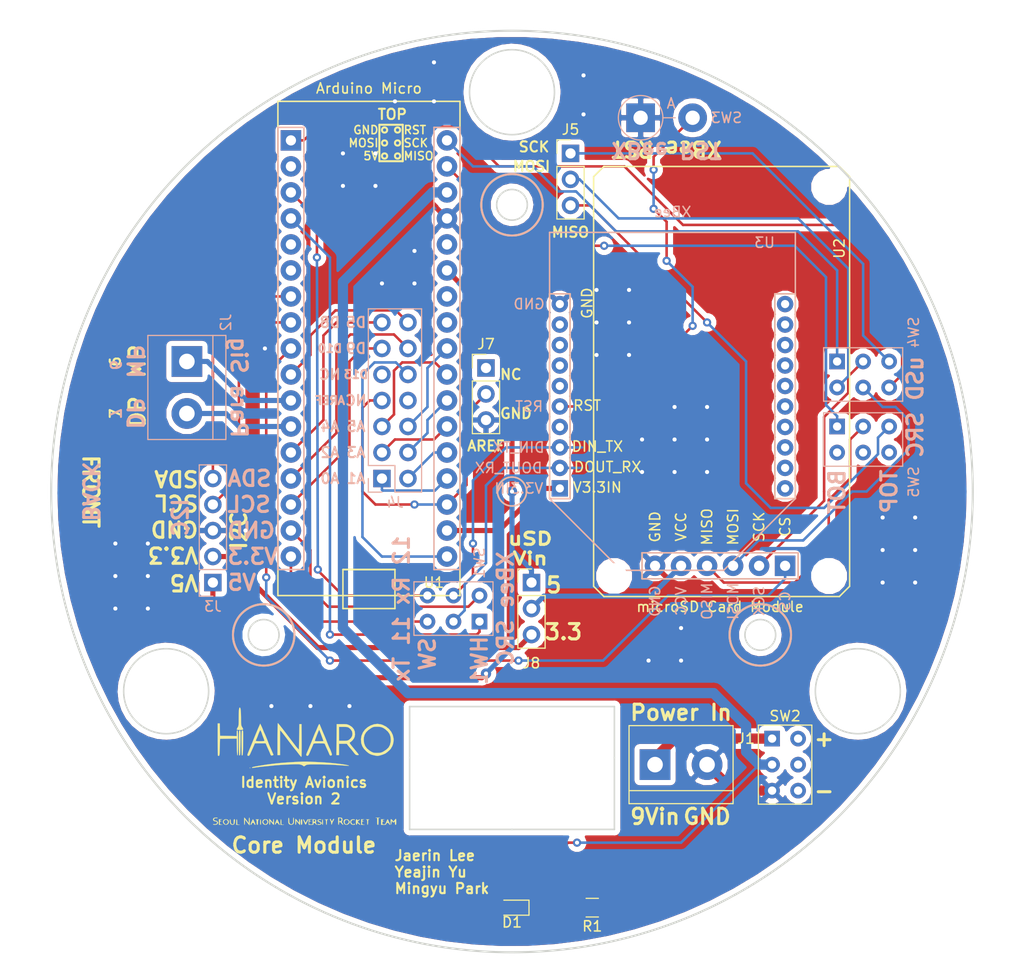
<source format=kicad_pcb>
(kicad_pcb (version 20171130) (host pcbnew "(5.0.0)")
  (layers (0 F.Cu signal) (31 B.Cu signal) (34 B.Paste user) (35 F.Paste user) (36 B.SilkS user) (37 F.SilkS user) (38 B.Mask user) (39 F.Mask user) (44 Edge.Cuts user))
  (net 0 "")
  (net 1 "Net-(D1-Pad1)")
  (net 2 "Net-(D1-Pad2)")
  (net 3 /GND)
  (net 4 "Net-(J1-Pad1)")
  (net 5 /MAIN)
  (net 6 /DROGUE)
  (net 7 /3.3VOut)
  (net 8 /A0)
  (net 9 /A1)
  (net 10 /A2)
  (net 11 /A3)
  (net 12 /A4)
  (net 13 /A5)
  (net 14 /SCK_TOP)
  (net 15 /MOSI_TOP)
  (net 16 /MISO_TOP)
  (net 17 "Net-(SW1-Pad1)")
  (net 18 /XBee_DOUT)
  (net 19 "Net-(SW1-Pad3)")
  (net 20 "Net-(SW1-Pad4)")
  (net 21 /XBee_DIN)
  (net 22 "Net-(SW1-Pad6)")
  (net 23 /uSD_VCC)
  (net 24 /5VOut)
  (net 25 "Net-(SW3-Pad2)")
  (net 26 "Net-(SW4-Pad1)")
  (net 27 /uSD_SCK)
  (net 28 "Net-(SW4-Pad4)")
  (net 29 /uSD_MOSI)
  (net 30 /uSD_MISO)
  (net 31 "Net-(SW5-Pad1)")
  (net 32 "Net-(U1-Pad2)")
  (net 33 "Net-(U1-Pad5)")
  (net 34 "Net-(U1-Pad6)")
  (net 35 "Net-(U1-Pad9)")
  (net 36 "Net-(U1-Pad27)")
  (net 37 "Net-(U1-Pad28)")
  (net 38 "Net-(U1-Pad30)")
  (net 39 "Net-(U3-Pad4)")
  (net 40 "Net-(U3-Pad6)")
  (net 41 "Net-(U3-Pad7)")
  (net 42 "Net-(U3-Pad8)")
  (net 43 "Net-(U3-Pad9)")
  (net 44 "Net-(U3-Pad11)")
  (net 45 "Net-(U3-Pad12)")
  (net 46 "Net-(U3-Pad13)")
  (net 47 "Net-(U3-Pad14)")
  (net 48 "Net-(U3-Pad15)")
  (net 49 "Net-(U3-Pad16)")
  (net 50 "Net-(U3-Pad17)")
  (net 51 "Net-(U3-Pad18)")
  (net 52 "Net-(U3-Pad19)")
  (net 53 "Net-(U3-Pad20)")
  (net 54 /I2C_SDA)
  (net 55 /I2C_SCL)
  (net 56 /D5)
  (net 57 /D8)
  (net 58 /D9)
  (net 59 /D10)
  (net 60 /D13)
  (net 61 "Net-(J4-Pad9)")
  (net 62 "Net-(J4-Pad8)")
  (net 63 /AREF)
  (net 64 "Net-(J7-Pad1)")
  (module Pin_Headers:Pin_Header_Straight_1x03_Pitch2.54mm (layer F.Cu) (at 1.905 8.89)
    (fp_text reference J8 (at 0 7.874) (layer F.SilkS))
    (fp_text value Conn_01x03)
    (pad 3 thru_hole oval (at 0 5.08) (size 1.7 1.7) (drill 1) (layers *.Cu *.Mask) (net 7 /3.3VOut))
    (pad 2 thru_hole oval (at 0 2.54) (size 1.7 1.7) (drill 1) (layers *.Cu *.Mask) (net 23 /uSD_VCC))
    (pad 1 thru_hole rect (at 0 0) (size 1.7 1.7) (drill 1) (layers *.Cu *.Mask) (net 24 /5VOut))
  )
  (module Pin_Headers:Pin_Header_Straight_1x03_Pitch2.54mm (layer F.Cu) (at -2.54 -12.065)
    (fp_text reference J7 (at 0 -2.33) (layer F.SilkS))
    (fp_text value Conn_01x03)
    (pad 3 thru_hole oval (at 0 5.08) (size 1.7 1.7) (drill 1) (layers *.Cu *.Mask) (net 3 /GND))
    (pad 2 thru_hole oval (at 0 2.54) (size 1.7 1.7) (drill 1) (layers *.Cu *.Mask) (net 63 /AREF))
    (pad 1 thru_hole rect (at 0 0) (size 1.7 1.7) (drill 1) (layers *.Cu *.Mask) (net 64 "Net-(J7-Pad1)"))
  )
  (module Arduino:Arduino_Micro (layer F.Cu) (at -21.59 -34.29)
    (fp_text reference U1 (at 13.97 43.18) (layer F.SilkS))
    (fp_text value ArduinoMicro)
    (fp_text user "Arduino Micro" (at 7.62 -5.08) (layer F.SilkS))
    (pad 1 thru_hole rect (at 0 0) (size 2 2) (drill 1) (layers *.Cu *.Mask) (net 28 "Net-(SW4-Pad4)"))
    (pad 2 thru_hole circle (at 0 2.54) (size 2 2) (drill 1) (layers *.Cu *.Mask) (net 32 "Net-(U1-Pad2)"))
    (pad 3 thru_hole circle (at 0 5.08) (size 2 2) (drill 1) (layers *.Cu *.Mask) (net 20 "Net-(SW1-Pad4)"))
    (pad 4 thru_hole circle (at 0 7.62) (size 2 2) (drill 1) (layers *.Cu *.Mask) (net 17 "Net-(SW1-Pad1)"))
    (pad 5 thru_hole circle (at 0 10.16) (size 2 2) (drill 1) (layers *.Cu *.Mask) (net 33 "Net-(U1-Pad5)"))
    (pad 6 thru_hole circle (at 0 12.7) (size 2 2) (drill 1) (layers *.Cu *.Mask) (net 34 "Net-(U1-Pad6)"))
    (pad 7 thru_hole circle (at 0 15.24) (size 2 2) (drill 1) (layers *.Cu *.Mask) (net 54 /I2C_SDA))
    (pad 8 thru_hole circle (at 0 17.78) (size 2 2) (drill 1) (layers *.Cu *.Mask) (net 55 /I2C_SCL))
    (pad 9 thru_hole circle (at 0 20.32) (size 2 2) (drill 1) (layers *.Cu *.Mask) (net 35 "Net-(U1-Pad9)"))
    (pad 10 thru_hole circle (at 0 22.86) (size 2 2) (drill 1) (layers *.Cu *.Mask) (net 56 /D5))
    (pad 11 thru_hole circle (at 0 25.4) (size 2 2) (drill 1) (layers *.Cu *.Mask) (net 5 /MAIN))
    (pad 12 thru_hole circle (at 0 27.94) (size 2 2) (drill 1) (layers *.Cu *.Mask) (net 6 /DROGUE))
    (pad 13 thru_hole circle (at 0 30.48) (size 2 2) (drill 1) (layers *.Cu *.Mask) (net 57 /D8))
    (pad 14 thru_hole circle (at 0 33.02) (size 2 2) (drill 1) (layers *.Cu *.Mask) (net 58 /D9))
    (pad 15 thru_hole circle (at 0 35.56) (size 2 2) (drill 1) (layers *.Cu *.Mask) (net 59 /D10))
    (pad 16 thru_hole circle (at 0 38.1) (size 2 2) (drill 1) (layers *.Cu *.Mask) (net 22 "Net-(SW1-Pad6)"))
    (pad 17 thru_hole circle (at 0 40.64) (size 2 2) (drill 1) (layers *.Cu *.Mask) (net 19 "Net-(SW1-Pad3)"))
    (pad 18 thru_hole circle (at 15.24 40.64) (size 2 2) (drill 1) (layers *.Cu *.Mask) (net 60 /D13))
    (pad 19 thru_hole circle (at 15.24 38.1) (size 2 2) (drill 1) (layers *.Cu *.Mask) (net 7 /3.3VOut))
    (pad 20 thru_hole circle (at 15.24 35.56) (size 2 2) (drill 1) (layers *.Cu *.Mask) (net 63 /AREF))
    (pad 21 thru_hole circle (at 15.24 33.02) (size 2 2) (drill 1) (layers *.Cu *.Mask) (net 8 /A0))
    (pad 22 thru_hole circle (at 15.24 30.48) (size 2 2) (drill 1) (layers *.Cu *.Mask) (net 9 /A1))
    (pad 23 thru_hole circle (at 15.24 27.94) (size 2 2) (drill 1) (layers *.Cu *.Mask) (net 10 /A2))
    (pad 24 thru_hole circle (at 15.24 25.4) (size 2 2) (drill 1) (layers *.Cu *.Mask) (net 11 /A3))
    (pad 25 thru_hole circle (at 15.24 22.86) (size 2 2) (drill 1) (layers *.Cu *.Mask) (net 12 /A4))
    (pad 26 thru_hole circle (at 15.24 20.32) (size 2 2) (drill 1) (layers *.Cu *.Mask) (net 13 /A5))
    (pad 27 thru_hole circle (at 15.24 17.78) (size 2 2) (drill 1) (layers *.Cu *.Mask) (net 36 "Net-(U1-Pad27)"))
    (pad 28 thru_hole circle (at 15.24 15.24) (size 2 2) (drill 1) (layers *.Cu *.Mask) (net 37 "Net-(U1-Pad28)"))
    (pad 29 thru_hole circle (at 15.24 12.7) (size 2 2) (drill 1) (layers *.Cu *.Mask) (net 24 /5VOut))
    (pad 30 thru_hole circle (at 15.24 10.16) (size 2 2) (drill 1) (layers *.Cu *.Mask) (net 38 "Net-(U1-Pad30)"))
    (pad 31 thru_hole circle (at 15.24 7.62) (size 2 2) (drill 1) (layers *.Cu *.Mask) (net 3 /GND))
    (pad 32 thru_hole circle (at 15.24 5.08) (size 2 2) (drill 1) (layers *.Cu *.Mask) (net 2 "Net-(D1-Pad2)"))
    (pad 33 thru_hole circle (at 15.24 2.54) (size 2 2) (drill 1) (layers *.Cu *.Mask) (net 31 "Net-(SW5-Pad1)"))
    (pad 34 thru_hole circle (at 15.24 0) (size 2 2) (drill 1) (layers *.Cu *.Mask) (net 26 "Net-(SW4-Pad1)"))
  )
  (module Arduino:uSDcard_Type_1 (layer F.Cu) (at 13.97 7.255 90)
    (fp_text reference U2 (at 31 18 90) (layer F.SilkS))
    (fp_text value uSDcardDeck)
    (fp_text user SCK (at -3.456676 10.16 270) (layer B.SilkS) (effects (justify mirror)))
    (fp_text user CS (at -3.456676 12.7 270) (layer B.SilkS) (effects (justify mirror)))
    (fp_text user MISO (at -3.456676 5.08 270) (layer B.SilkS) (effects (justify mirror)))
    (fp_text user MOSI (at -3.456676 7.62 270) (layer B.SilkS) (effects (justify mirror)))
    (fp_text user GND (at -3.456676 0 270) (layer B.SilkS) (effects (justify mirror)))
    (fp_text user VCC (at -3.456676 2.54 270) (layer B.SilkS) (effects (justify mirror)))
    (fp_text user CS (at 3.81 12.7 90) (layer F.SilkS))
    (fp_text user SCK (at 3.81 10.16 90) (layer F.SilkS))
    (fp_text user MOSI (at 3.81 7.62 90) (layer F.SilkS))
    (fp_text user MISO (at 3.81 5.08 90) (layer F.SilkS))
    (fp_text user VCC (at 3.81 2.54 90) (layer F.SilkS))
    (fp_text user GND (at 3.81 0 90) (layer F.SilkS))
    (fp_text user "microSD Card Module" (at -4 6.35) (layer F.SilkS))
    (pad "" np_thru_hole circle (at 37 -4 90) (size 2.5 2.5) (drill 2.5) (layers *.Cu *.Mask))
    (pad "" np_thru_hole circle (at 37 17 90) (size 2.5 2.5) (drill 2.5) (layers *.Cu *.Mask))
    (pad "" np_thru_hole circle (at -1 17 90) (size 2.5 2.5) (drill 2.5) (layers *.Cu *.Mask))
    (pad "" np_thru_hole circle (at -1 -4 90) (size 2.5 2.5) (drill 2.5) (layers *.Cu *.Mask))
    (pad 1 thru_hole rect (at 0 12.7 90) (size 2 2) (drill 1) (layers *.Cu *.Mask) (net 35 "Net-(U1-Pad9)"))
    (pad 2 thru_hole circle (at 0 10.16 90) (size 2 2) (drill 1) (layers *.Cu *.Mask) (net 27 /uSD_SCK))
    (pad 3 thru_hole circle (at 0 7.62 90) (size 2 2) (drill 1) (layers *.Cu *.Mask) (net 29 /uSD_MOSI))
    (pad 4 thru_hole circle (at 0 5.08 90) (size 2 2) (drill 1) (layers *.Cu *.Mask) (net 30 /uSD_MISO))
    (pad 5 thru_hole circle (at 0 2.54 90) (size 2 2) (drill 1) (layers *.Cu *.Mask) (net 23 /uSD_VCC))
    (pad 6 thru_hole circle (at 0 0 90) (size 2 2) (drill 1) (layers *.Cu *.Mask) (net 3 /GND))
  )
  (module LED_SMD:LED_0603_1608Metric_Pad1.05x0.95mm_HandSolder (layer F.Cu) (at 0 40.64 180)
    (fp_text reference D1 (at 0 -1.43 180) (layer F.SilkS))
    (fp_text value LED)
    (pad 1 smd roundrect (at -0.875 0 180) (size 1.05 0.95) (layers F.Cu F.Paste F.Mask) (net 1 "Net-(D1-Pad1)"))
    (pad 2 smd roundrect (at 0.875 0 180) (size 1.05 0.95) (layers F.Cu F.Paste F.Mask) (net 2 "Net-(D1-Pad2)"))
  )
  (module TerminalBlock:TerminalBlock_bornier-2_P5.08mm (layer F.Cu) (at 13.97 26.67)
    (fp_text reference J1 (at 8.89 -2.54) (layer F.SilkS))
    (fp_text value Conn_01x02)
    (pad 2 thru_hole circle (at 5.08 0) (size 3 3) (drill 1.52) (layers *.Cu *.Mask) (net 3 /GND))
    (pad 1 thru_hole rect (at 0 0) (size 3 3) (drill 1.52) (layers *.Cu *.Mask) (net 4 "Net-(J1-Pad1)"))
  )
  (module TerminalBlock:TerminalBlock_bornier-2_P5.08mm (layer B.Cu) (at -31.75 -12.7 270)
    (fp_text reference J2 (at -3.81 -3.81 270) (layer B.SilkS) (effects (justify mirror)))
    (fp_text value Conn_01x02)
    (pad 1 thru_hole rect (at 0 0 270) (size 3 3) (drill 1.52) (layers *.Cu *.Mask) (net 5 /MAIN))
    (pad 2 thru_hole circle (at 5.08 0 270) (size 3 3) (drill 1.52) (layers *.Cu *.Mask) (net 6 /DROGUE))
  )
  (module Resistor_SMD:R_1206_3216Metric_Pad1.42x1.75mm_HandSolder (layer F.Cu) (at 7.8375 40.64 180)
    (fp_text reference R1 (at 0 -1.82 180) (layer F.SilkS))
    (fp_text value R)
    (pad 1 smd roundrect (at -1.4875 0 180) (size 1.425 1.75) (layers F.Cu F.Paste F.Mask) (roundrect_rratio 0.175439) (net 3 /GND))
    (pad 2 smd roundrect (at 1.4875 0 180) (size 1.425 1.75) (layers F.Cu F.Paste F.Mask) (roundrect_rratio 0.175439) (net 1 "Net-(D1-Pad1)"))
  )
  (module Button_Switch_THT:SW_NKK_G1xJP (layer B.Cu) (at -3.175 12.7 90)
    (fp_text reference SW1 (at 5.715 0 90) (layer B.SilkS) (effects (justify mirror)))
    (fp_text value SW_DPDT_x2)
    (pad 1 thru_hole rect (at 0 0 90) (size 1.524 1.524) (drill 0.8128) (layers *.Cu *.Mask) (net 17 "Net-(SW1-Pad1)"))
    (pad 2 thru_hole circle (at 0 -2.54 90) (size 1.524 1.524) (drill 0.8128) (layers *.Cu *.Mask) (net 18 /XBee_DOUT))
    (pad 3 thru_hole circle (at 0 -5.08 90) (size 1.524 1.524) (drill 0.8128) (layers *.Cu *.Mask) (net 19 "Net-(SW1-Pad3)"))
    (pad 4 thru_hole circle (at 2.54 -5.08 90) (size 1.524 1.524) (drill 0.8128) (layers *.Cu *.Mask) (net 20 "Net-(SW1-Pad4)"))
    (pad 5 thru_hole circle (at 2.54 -2.54 90) (size 1.524 1.524) (drill 0.8128) (layers *.Cu *.Mask) (net 21 /XBee_DIN))
    (pad 6 thru_hole circle (at 2.54 0 90) (size 1.524 1.524) (drill 0.8128) (layers *.Cu *.Mask) (net 22 "Net-(SW1-Pad6)"))
  )
  (module Button_Switch_THT:SW_NKK_G1xJP (layer F.Cu) (at 25.4 24.13)
    (fp_text reference SW2 (at 1.27 -2.2) (layer F.SilkS))
    (fp_text value "SW_DPDT_x2 POW")
    (pad 6 thru_hole circle (at 2.54 0) (size 1.524 1.524) (drill 0.8128) (layers *.Cu *.Mask))
    (pad 5 thru_hole circle (at 2.54 2.54) (size 1.524 1.524) (drill 0.8128) (layers *.Cu *.Mask))
    (pad 4 thru_hole circle (at 2.54 5.08) (size 1.524 1.524) (drill 0.8128) (layers *.Cu *.Mask))
    (pad 3 thru_hole circle (at 0 5.08) (size 1.524 1.524) (drill 0.8128) (layers *.Cu *.Mask) (net 3 /GND))
    (pad 2 thru_hole circle (at 0 2.54) (size 1.524 1.524) (drill 0.8128) (layers *.Cu *.Mask) (net 2 "Net-(D1-Pad2)"))
    (pad 1 thru_hole rect (at 0 0) (size 1.524 1.524) (drill 0.8128) (layers *.Cu *.Mask) (net 4 "Net-(J1-Pad1)"))
  )
  (module Button_Switch_THT:SW_NKK_G1xJP (layer B.Cu) (at 31.75 -12.7 270)
    (fp_text reference SW4 (at -2.845 -7.48 270) (layer B.SilkS) (effects (justify mirror)))
    (fp_text value SW_DPDT_x2)
    (pad 1 thru_hole rect (at 0 0 270) (size 1.524 1.524) (drill 0.8128) (layers *.Cu *.Mask) (net 26 "Net-(SW4-Pad1)"))
    (pad 2 thru_hole circle (at 0 -2.54 270) (size 1.524 1.524) (drill 0.8128) (layers *.Cu *.Mask) (net 27 /uSD_SCK))
    (pad 3 thru_hole circle (at 0 -5.08 270) (size 1.524 1.524) (drill 0.8128) (layers *.Cu *.Mask) (net 14 /SCK_TOP))
    (pad 4 thru_hole circle (at 2.54 -5.08 270) (size 1.524 1.524) (drill 0.8128) (layers *.Cu *.Mask) (net 28 "Net-(SW4-Pad4)"))
    (pad 5 thru_hole circle (at 2.54 -2.54 270) (size 1.524 1.524) (drill 0.8128) (layers *.Cu *.Mask) (net 29 /uSD_MOSI))
    (pad 6 thru_hole circle (at 2.54 0 270) (size 1.524 1.524) (drill 0.8128) (layers *.Cu *.Mask) (net 15 /MOSI_TOP))
  )
  (module Button_Switch_THT:SW_NKK_G1xJP (layer B.Cu) (at 31.75 -6.35 270)
    (fp_text reference SW5 (at 5.41 -7.48 270) (layer B.SilkS) (effects (justify mirror)))
    (fp_text value SW_DPDT_x2)
    (pad 6 thru_hole circle (at 2.54 0 270) (size 1.524 1.524) (drill 0.8128) (layers *.Cu *.Mask))
    (pad 5 thru_hole circle (at 2.54 -2.54 270) (size 1.524 1.524) (drill 0.8128) (layers *.Cu *.Mask))
    (pad 4 thru_hole circle (at 2.54 -5.08 270) (size 1.524 1.524) (drill 0.8128) (layers *.Cu *.Mask))
    (pad 3 thru_hole circle (at 0 -5.08 270) (size 1.524 1.524) (drill 0.8128) (layers *.Cu *.Mask) (net 16 /MISO_TOP))
    (pad 2 thru_hole circle (at 0 -2.54 270) (size 1.524 1.524) (drill 0.8128) (layers *.Cu *.Mask) (net 30 /uSD_MISO))
    (pad 1 thru_hole rect (at 0 0 270) (size 1.524 1.524) (drill 0.8128) (layers *.Cu *.Mask) (net 31 "Net-(SW5-Pad1)"))
  )
  (module Arduino:XBee (layer B.Cu) (at 4.67 -0.305)
    (fp_text reference U3 (at 20 -24) (layer B.SilkS) (effects (justify mirror)))
    (fp_text value XBeeProS1)
    (fp_text user XBee (at 11 -27) (layer B.SilkS) (effects (justify mirror)))
    (fp_text user V3.3IN (at -4 0) (layer B.SilkS) (effects (justify mirror)))
    (fp_text user GND (at -3 -18) (layer B.SilkS) (effects (justify mirror)))
    (fp_text user RST (at -3 -8) (layer B.SilkS) (effects (justify mirror)))
    (fp_text user DOUT_RX (at -5 -2) (layer B.SilkS) (effects (justify mirror)))
    (fp_text user DIN_TX (at -4 -4) (layer B.SilkS) (effects (justify mirror)))
    (fp_text user GND (at 2.666736 -18.092019 -270) (layer F.SilkS))
    (fp_text user V3.3IN (at 3.666736 -0.092019 -180) (layer F.SilkS))
    (fp_text user RST (at 2.666736 -8.092019 -180) (layer F.SilkS))
    (fp_text user DOUT_RX (at 4.666736 -2.092019 -180) (layer F.SilkS))
    (fp_text user DIN_TX (at 3.666736 -4.092019 -180) (layer F.SilkS))
    (pad 1 thru_hole rect (at 0 0) (size 1.6 1.6) (drill 0.8) (layers *.Cu *.Mask) (net 7 /3.3VOut))
    (pad 2 thru_hole circle (at 0 -2) (size 1.6 1.6) (drill 0.8) (layers *.Cu *.Mask) (net 18 /XBee_DOUT))
    (pad 3 thru_hole circle (at 0 -4) (size 1.6 1.6) (drill 0.8) (layers *.Cu *.Mask) (net 21 /XBee_DIN))
    (pad 4 thru_hole circle (at 0 -6) (size 1.6 1.6) (drill 0.8) (layers *.Cu *.Mask) (net 39 "Net-(U3-Pad4)"))
    (pad 5 thru_hole circle (at 0 -8) (size 1.6 1.6) (drill 0.8) (layers *.Cu *.Mask) (net 25 "Net-(SW3-Pad2)"))
    (pad 6 thru_hole circle (at 0 -10) (size 1.6 1.6) (drill 0.8) (layers *.Cu *.Mask) (net 40 "Net-(U3-Pad6)"))
    (pad 7 thru_hole circle (at 0 -12) (size 1.6 1.6) (drill 0.8) (layers *.Cu *.Mask) (net 41 "Net-(U3-Pad7)"))
    (pad 8 thru_hole circle (at 0 -14) (size 1.6 1.6) (drill 0.8) (layers *.Cu *.Mask) (net 42 "Net-(U3-Pad8)"))
    (pad 9 thru_hole circle (at 0 -16) (size 1.6 1.6) (drill 0.8) (layers *.Cu *.Mask) (net 43 "Net-(U3-Pad9)"))
    (pad 10 thru_hole circle (at 0 -18) (size 1.6 1.6) (drill 0.8) (layers *.Cu *.Mask) (net 3 /GND))
    (pad 11 thru_hole circle (at 22 -18) (size 1.6 1.6) (drill 0.8) (layers *.Cu *.Mask) (net 44 "Net-(U3-Pad11)"))
    (pad 12 thru_hole circle (at 22 -16) (size 1.6 1.6) (drill 0.8) (layers *.Cu *.Mask) (net 45 "Net-(U3-Pad12)"))
    (pad 13 thru_hole circle (at 22 -14) (size 1.6 1.6) (drill 0.8) (layers *.Cu *.Mask) (net 46 "Net-(U3-Pad13)"))
    (pad 14 thru_hole circle (at 22 -12) (size 1.6 1.6) (drill 0.8) (layers *.Cu *.Mask) (net 47 "Net-(U3-Pad14)"))
    (pad 15 thru_hole circle (at 22 -10) (size 1.6 1.6) (drill 0.8) (layers *.Cu *.Mask) (net 48 "Net-(U3-Pad15)"))
    (pad 16 thru_hole circle (at 22 -8) (size 1.6 1.6) (drill 0.8) (layers *.Cu *.Mask) (net 49 "Net-(U3-Pad16)"))
    (pad 17 thru_hole circle (at 22 -6) (size 1.6 1.6) (drill 0.8) (layers *.Cu *.Mask) (net 50 "Net-(U3-Pad17)"))
    (pad 18 thru_hole circle (at 22 -4) (size 1.6 1.6) (drill 0.8) (layers *.Cu *.Mask) (net 51 "Net-(U3-Pad18)"))
    (pad 19 thru_hole circle (at 22 -2) (size 1.6 1.6) (drill 0.8) (layers *.Cu *.Mask) (net 52 "Net-(U3-Pad19)"))
    (pad 20 thru_hole circle (at 22 0) (size 1.6 1.6) (drill 0.8) (layers *.Cu *.Mask) (net 53 "Net-(U3-Pad20)"))
  )
  (module Hanaro:Logo.Large (layer F.Cu) (at -20.32 24.13)
    (fp_text reference G*** hide)
    (fp_text value LOGO hide)
  )
  (module Diode_THT:D_5W_P5.08mm_Vertical_AnodeUp (layer B.Cu) (at 12.56 -36.5)
    (fp_text reference SW3 (at 8.382 0) (layer B.SilkS) (effects (justify mirror)))
    (fp_text value SW_Push)
    (fp_text user A (at 2.98 -1.4) (layer B.SilkS) (effects (justify mirror)))
    (pad 1 thru_hole rect (at 0 0) (size 2.8 2.8) (drill 1.4) (layers *.Cu *.Mask) (net 3 /GND))
    (pad 2 thru_hole oval (at 5.08 0) (size 2.8 2.8) (drill 1.4) (layers *.Cu *.Mask) (net 25 "Net-(SW3-Pad2)"))
  )
  (module Pin_Headers:Pin_Header_Straight_1x05_Pitch2.54mm (layer B.Cu) (at -29.21 8.89)
    (fp_text reference J3 (at 0 2.33) (layer B.SilkS) (effects (justify mirror)))
    (fp_text value Conn_01x05)
    (pad 5 thru_hole oval (at 0 -10.16) (size 1.7 1.7) (drill 1) (layers *.Cu *.Mask) (net 54 /I2C_SDA))
    (pad 4 thru_hole oval (at 0 -7.62) (size 1.7 1.7) (drill 1) (layers *.Cu *.Mask) (net 55 /I2C_SCL))
    (pad 3 thru_hole oval (at 0 -5.08) (size 1.7 1.7) (drill 1) (layers *.Cu *.Mask) (net 3 /GND))
    (pad 2 thru_hole oval (at 0 -2.54) (size 1.7 1.7) (drill 1) (layers *.Cu *.Mask) (net 7 /3.3VOut))
    (pad 1 thru_hole rect (at 0 0) (size 1.7 1.7) (drill 1) (layers *.Cu *.Mask) (net 24 /5VOut))
  )
  (module Pin_Headers:Pin_Header_Straight_2x07_Pitch2.54mm (layer B.Cu) (at -12.7 -1.27)
    (fp_text reference J4 (at 1.27 2.33) (layer B.SilkS) (effects (justify mirror)))
    (fp_text value Conn_02x07_Counter_Clockwise)
    (pad 14 thru_hole oval (at 2.54 -15.24) (size 1.7 1.7) (drill 1) (layers *.Cu *.Mask) (net 56 /D5))
    (pad 13 thru_hole oval (at 0 -15.24) (size 1.7 1.7) (drill 1) (layers *.Cu *.Mask) (net 57 /D8))
    (pad 12 thru_hole oval (at 2.54 -12.7) (size 1.7 1.7) (drill 1) (layers *.Cu *.Mask) (net 58 /D9))
    (pad 11 thru_hole oval (at 0 -12.7) (size 1.7 1.7) (drill 1) (layers *.Cu *.Mask) (net 59 /D10))
    (pad 10 thru_hole oval (at 2.54 -10.16) (size 1.7 1.7) (drill 1) (layers *.Cu *.Mask) (net 60 /D13))
    (pad 9 thru_hole oval (at 0 -10.16) (size 1.7 1.7) (drill 1) (layers *.Cu *.Mask) (net 61 "Net-(J4-Pad9)"))
    (pad 8 thru_hole oval (at 2.54 -7.62) (size 1.7 1.7) (drill 1) (layers *.Cu *.Mask) (net 62 "Net-(J4-Pad8)"))
    (pad 7 thru_hole oval (at 0 -7.62) (size 1.7 1.7) (drill 1) (layers *.Cu *.Mask) (net 63 /AREF))
    (pad 6 thru_hole oval (at 2.54 -5.08) (size 1.7 1.7) (drill 1) (layers *.Cu *.Mask) (net 13 /A5))
    (pad 5 thru_hole oval (at 0 -5.08) (size 1.7 1.7) (drill 1) (layers *.Cu *.Mask) (net 12 /A4))
    (pad 4 thru_hole oval (at 2.54 -2.54) (size 1.7 1.7) (drill 1) (layers *.Cu *.Mask) (net 11 /A3))
    (pad 3 thru_hole oval (at 0 -2.54) (size 1.7 1.7) (drill 1) (layers *.Cu *.Mask) (net 10 /A2))
    (pad 2 thru_hole oval (at 2.54 0) (size 1.7 1.7) (drill 1) (layers *.Cu *.Mask) (net 9 /A1))
    (pad 1 thru_hole rect (at 0 0) (size 1.7 1.7) (drill 1) (layers *.Cu *.Mask) (net 8 /A0))
  )
  (module Pin_Headers:Pin_Header_Straight_1x03_Pitch2.54mm (layer F.Cu) (at 5.715 -33.02)
    (fp_text reference J5 (at 0 -2.33) (layer F.SilkS))
    (fp_text value Conn_01x03)
    (pad 1 thru_hole rect (at 0 0) (size 1.7 1.7) (drill 1) (layers *.Cu *.Mask) (net 14 /SCK_TOP))
    (pad 2 thru_hole oval (at 0 2.54) (size 1.7 1.7) (drill 1) (layers *.Cu *.Mask) (net 15 /MOSI_TOP))
    (pad 3 thru_hole oval (at 0 5.08) (size 1.7 1.7) (drill 1) (layers *.Cu *.Mask) (net 16 /MISO_TOP))
  )
  (gr_text GND (at -1.27 -7.62) (layer F.SilkS) (effects (font (size 1 1) (thickness 0.2)) (justify left)))
  (gr_text AREF (at -2.54 -4.445) (layer F.SilkS) (effects (font (size 1 1) (thickness 0.2))))
  (gr_text NC (at -1.27 -11.43) (layer F.SilkS) (effects (font (size 1 1) (thickness 0.2)) (justify left)))
  (gr_text D9 (at -15.24 -13.97) (layer B.SilkS) (effects (font (size 1 1) (thickness 0.2)) (justify mirror)))
  (gr_text D5 (at -15.24 -16.51) (layer B.SilkS) (effects (font (size 1 1) (thickness 0.2)) (justify mirror)))
  (gr_text D8 (at -17.78 -16.51) (layer B.SilkS) (effects (font (size 1 1) (thickness 0.2)) (justify mirror)))
  (gr_text D13 (at -15.24 -11.43) (layer B.SilkS) (effects (font (size 0.8 0.8) (thickness 0.2)) (justify mirror)))
  (gr_text NC (at -15.24 -8.89) (layer B.SilkS) (effects (font (size 1 1) (thickness 0.2)) (justify mirror)))
  (gr_text NC (at -17.78 -11.43) (layer B.SilkS) (effects (font (size 1 1) (thickness 0.2)) (justify mirror)))
  (gr_text D10 (at -17.78 -13.97) (layer B.SilkS) (effects (font (size 0.8 0.8) (thickness 0.2)) (justify mirror)))
  (gr_text AREF (at -17.78 -8.89) (layer B.SilkS) (effects (font (size 0.8 0.8) (thickness 0.2)) (justify mirror)))
  (gr_text V5 (at -27.94 8.89) (layer B.SilkS) (effects (font (size 1.5 1.5) (thickness 0.3)) (justify right mirror)))
  (gr_text V5 (at -30.48 8.89 180) (layer F.SilkS) (effects (font (size 1.5 1.5) (thickness 0.3)) (justify left)))
  (gr_text I2C (at -26.67 3.81 90) (layer F.SilkS) (effects (font (size 1.5 1.5) (thickness 0.3))))
  (gr_line (start -10.668 -35.814) (end -12.954 -35.814) (layer F.SilkS) (width 0.2))
  (gr_line (start -10.668 -32.258) (end -10.668 -35.814) (layer F.SilkS) (width 0.2))
  (gr_line (start -12.954 -32.258) (end -10.668 -32.258) (layer F.SilkS) (width 0.2))
  (gr_line (start -12.954 -35.814) (end -12.954 -32.258) (layer F.SilkS) (width 0.2))
  (gr_circle (center -11.176 -32.766) (end -11.176 -32.512) (layer F.SilkS) (width 0.2))
  (gr_circle (center -12.446 -32.766) (end -12.446 -32.512) (layer F.SilkS) (width 0.2))
  (gr_circle (center -11.176 -34.036) (end -11.176 -33.782) (layer F.SilkS) (width 0.2))
  (gr_circle (center -12.446 -34.036) (end -12.446 -33.782) (layer F.SilkS) (width 0.2))
  (gr_circle (center -11.176 -35.306) (end -11.176 -35.052) (layer F.SilkS) (width 0.2))
  (gr_circle (center -12.446 -35.306) (end -12.446 -35.052) (layer F.SilkS) (width 0.2))
  (gr_text TOP (at -11.684 -36.83) (layer F.SilkS) (effects (font (size 1 1) (thickness 0.2))))
  (gr_text RST (at -10.668 -35.306) (layer F.SilkS) (effects (font (size 0.8 0.8)) (justify left)))
  (gr_text MISO (at -10.668 -32.766) (layer F.SilkS) (effects (font (size 0.8 0.8)) (justify left)))
  (gr_text SCK (at -10.668 -34.036) (layer F.SilkS) (effects (font (size 0.8 0.8)) (justify left)))
  (gr_text 5V (at -12.954 -32.766) (layer F.SilkS) (effects (font (size 0.8 0.8)) (justify right)))
  (gr_text MOSI (at -12.954 -34.036) (layer F.SilkS) (effects (font (size 0.8 0.8)) (justify right)))
  (gr_text GND (at -12.954 -35.306) (layer F.SilkS) (effects (font (size 0.8 0.8)) (justify right)))
  (gr_text 6 (at -38.735 -12.352332 270) (layer B.SilkS) (effects (font (size 1 1) (thickness 0.2)) (justify mirror)))
  (gr_text 7 (at -38.735 -7.62 270) (layer B.SilkS) (effects (font (size 1 1) (thickness 0.2)) (justify mirror)))
  (gr_text 7 (at -38.735 -7.62 90) (layer F.SilkS) (effects (font (size 1 1) (thickness 0.2))))
  (gr_text 6 (at -38.735 -12.7 90) (layer F.SilkS) (effects (font (size 1 1) (thickness 0.2))))
  (gr_circle (center -33.77499 19.499999) (end -33.77499 23.649999) (layer Edge.Cuts) (width 0.15))
  (gr_circle (center 33.77499 19.499999) (end 33.77499 23.649999) (layer Edge.Cuts) (width 0.15))
  (gr_circle (center 0 -28) (end 0 -31) (layer B.SilkS) (width 0.2))
  (gr_circle (center 24.248711 13.999999) (end 24.248711 10.999999) (layer B.SilkS) (width 0.2))
  (gr_circle (center -24.248711 13.999999) (end -24.248711 10.999999) (layer B.SilkS) (width 0.2))
  (gr_circle (center -24.248711 13.999999) (end -24.248711 16.999999) (layer F.SilkS) (width 0.2))
  (gr_circle (center 24.248711 13.999999) (end 24.248711 16.999999) (layer F.SilkS) (width 0.2))
  (gr_circle (center 0 -28) (end 0 -25) (layer F.SilkS) (width 0.2))
  (gr_text MISO (at 5.702 -25.324) (layer F.SilkS) (effects (font (size 1 1) (thickness 0.2))))
  (gr_text MOSI (at 1.905 -31.75) (layer F.SilkS) (effects (font (size 1 1) (thickness 0.2))))
  (gr_text SCK (at 2.146 -33.655) (layer F.SilkS) (effects (font (size 1 1) (thickness 0.2))))
  (gr_text A5 (at -15.24 -6.35) (layer B.SilkS) (effects (font (size 1 1) (thickness 0.2)) (justify mirror)))
  (gr_text A4 (at -17.78 -6.35) (layer B.SilkS) (effects (font (size 1 1) (thickness 0.2)) (justify mirror)))
  (gr_text A2 (at -17.78 -3.81) (layer B.SilkS) (effects (font (size 1 1) (thickness 0.2)) (justify mirror)))
  (gr_text A3 (at -15.24 -3.81) (layer B.SilkS) (effects (font (size 1 1) (thickness 0.2)) (justify mirror)))
  (gr_text A1 (at -15.24 -1.27) (layer B.SilkS) (effects (font (size 1 1) (thickness 0.2)) (justify mirror)))
  (gr_text A0 (at -17.78 -1.27) (layer B.SilkS) (effects (font (size 1 1) (thickness 0.2)) (justify mirror)))
  (gr_text "XBee RST" (at 15.1 -33.452 180) (layer F.SilkS) (effects (font (size 1.5 1.5) (thickness 0.3))))
  (gr_text SCL (at -30.48 1.105386 180) (layer F.SilkS) (effects (font (size 1.5 1.5) (thickness 0.3)) (justify left)))
  (gr_text V3.3 (at -30.48 6.185386 180) (layer F.SilkS) (effects (font (size 1.5 1.5) (thickness 0.3)) (justify left)))
  (gr_text SDA (at -30.48 -1.27 180) (layer F.SilkS) (effects (font (size 1.5 1.5) (thickness 0.3)) (justify left)))
  (gr_text GND (at -30.48 3.645386 180) (layer F.SilkS) (effects (font (size 1.5 1.5) (thickness 0.3)) (justify left)))
  (gr_text MP (at -36.593448 -12.710547 90) (layer F.SilkS) (effects (font (size 1.5 1.5) (thickness 0.3))))
  (gr_text DP (at -36.593448 -7.777524 90) (layer F.SilkS) (effects (font (size 1.5 1.5) (thickness 0.3))))
  (gr_text BACK (at -41.148 0 270) (layer B.SilkS) (effects (font (size 1.5 1.5) (thickness 0.3)) (justify mirror)))
  (gr_text FRONT (at -41.148 0 270) (layer F.SilkS) (effects (font (size 1.5 1.5) (thickness 0.3))))
  (gr_text "Jaerin Lee\nYeajin Yu\nMingyu Park" (at -11.57 37.16) (layer F.SilkS) (effects (font (size 1 1) (thickness 0.2)) (justify left)))
  (gr_text "Core Module" (at -20.32 34.544) (layer F.SilkS) (effects (font (size 1.5 1.5) (thickness 0.3))))
  (gr_text "Identity Avionics\nVersion 2" (at -20.32 29.21) (layer F.SilkS) (effects (font (size 1 1) (thickness 0.2))))
  (gr_text "XBee RST" (at 15.1 -33.325 180) (layer B.SilkS) (effects (font (size 1.5 1.5) (thickness 0.3)) (justify mirror)))
  (gr_text "12 Rx 11 Tx" (at -10.795 11.43 90) (layer B.SilkS) (effects (font (size 1.5 1.5) (thickness 0.3)) (justify mirror)))
  (gr_text SW (at -8.255 15.875 90) (layer B.SilkS) (effects (font (size 1.5 1.5) (thickness 0.3)) (justify mirror)))
  (gr_text HW1 (at -3.175 16.51 90) (layer B.SilkS) (effects (font (size 1.5 1.5) (thickness 0.3)) (justify mirror)))
  (gr_text "XBee SRC" (at -0.635 11.43 90) (layer B.SilkS) (effects (font (size 1.5 1.5) (thickness 0.3)) (justify mirror)))
  (gr_text BOT (at 31.75 0 90) (layer B.SilkS) (effects (font (size 1.5 1.5) (thickness 0.3)) (justify mirror)))
  (gr_text TOP (at 36.83 0 90) (layer B.SilkS) (effects (font (size 1.5 1.5) (thickness 0.3)) (justify mirror)))
  (gr_text "uSD SRC" (at 39.37 -8.255 90) (layer B.SilkS) (effects (font (size 1.5 1.5) (thickness 0.3)) (justify mirror)))
  (gr_text 3.3 (at 3.048 13.716) (layer F.SilkS) (effects (font (size 1.5 1.5) (thickness 0.3)) (justify left)))
  (gr_text 5 (at 3.175 9.144) (layer F.SilkS) (effects (font (size 1.5 1.5) (thickness 0.3)) (justify left)))
  (gr_text "uSD\nVin" (at 1.778 5.588) (layer F.SilkS) (effects (font (size 1.2 1.5) (thickness 0.3))))
  (gr_line (start 10 21) (end 10 26) (layer Edge.Cuts) (width 0.15))
  (gr_line (start -10 21) (end 10 21) (layer Edge.Cuts) (width 0.15))
  (gr_line (start -10 26) (end -10 21) (layer Edge.Cuts) (width 0.15))
  (gr_text - (at 30.48 29.21) (layer F.SilkS) (effects (font (size 1.5 1.5) (thickness 0.3))))
  (gr_text + (at 30.48 24.13) (layer F.SilkS) (effects (font (size 1.5 1.5) (thickness 0.3))))
  (gr_line (start 10 33) (end 0 33) (layer Edge.Cuts) (width 0.15))
  (gr_line (start 10 26) (end 10 33) (layer Edge.Cuts) (width 0.15))
  (gr_line (start -10 33) (end -10 26) (layer Edge.Cuts) (width 0.15))
  (gr_line (start 0 33) (end -10 33) (layer Edge.Cuts) (width 0.15))
  (gr_text SDA (at -27.94 -1.27) (layer B.SilkS) (effects (font (size 1.5 1.5) (thickness 0.3)) (justify right mirror)))
  (gr_text SCL (at -27.94 1.27) (layer B.SilkS) (effects (font (size 1.5 1.5) (thickness 0.3)) (justify right mirror)))
  (gr_text GND (at -27.94 3.81) (layer B.SilkS) (effects (font (size 1.5 1.5) (thickness 0.3)) (justify right mirror)))
  (gr_text V3.3 (at -27.94 6.35) (layer B.SilkS) (effects (font (size 1.5 1.5) (thickness 0.3)) (justify right mirror)))
  (gr_text I2C (at -32.385 2.54 90) (layer B.SilkS) (effects (font (size 1.5 1.5) (thickness 0.3)) (justify mirror)))
  (gr_circle (center 0 0) (end 1 -1) (layer B.SilkS) (width 0.15))
  (gr_text "Para Sig" (at -26.67 -10.16 270) (layer B.SilkS) (effects (font (size 1.5 1.5) (thickness 0.3)) (justify mirror)))
  (gr_text DP (at -36.83 -7.62 270) (layer B.SilkS) (effects (font (size 1.5 1.5) (thickness 0.3)) (justify mirror)))
  (gr_text MP (at -36.83 -12.7 270) (layer B.SilkS) (effects (font (size 1.5 1.5) (thickness 0.3)) (justify mirror)))
  (gr_text "GND\n" (at 19.05 31.75) (layer F.SilkS) (effects (font (size 1.5 1.5) (thickness 0.3))))
  (gr_text 9Vin (at 13.97 31.75) (layer F.SilkS) (effects (font (size 1.5 1.5) (thickness 0.3))))
  (gr_text "Power In" (at 16.51 21.59) (layer F.SilkS) (effects (font (size 1.5 1.5) (thickness 0.3))))
  (gr_circle (center 24.248711 13.999999) (end 24.248711 15.499999) (layer Edge.Cuts) (width 0.15))
  (gr_circle (center -24.248711 13.999999) (end -24.248711 15.499999) (layer Edge.Cuts) (width 0.15))
  (gr_circle (center 0 -28) (end 0 -26.5) (layer Edge.Cuts) (width 0.15))
  (gr_circle (center 0 -39) (end 0 -34.85) (layer Edge.Cuts) (width 0.15))
  (gr_circle (center 0 0) (end 1 1) (layer F.SilkS) (width 0.15))
  (gr_circle (center 0 0) (end 0 45) (layer Edge.Cuts) (width 0.2))
  (segment (start 0.875 40.64) (end 6.35 40.64) (width 0.25) (layer F.Cu) (net 1))
  (segment (start 24.13 26.67) (end 16.51 34.29) (width 0.25) (layer B.Cu) (net 2))
  (via (at 6.35 34.29) (size 0.8) (drill 0.4) (layers F.Cu B.Cu) (net 2))
  (segment (start 16.51 34.29) (end 6.35 34.29) (width 0.25) (layer B.Cu) (net 2))
  (segment (start 5.475 34.29) (end -0.875 40.64) (width 0.25) (layer F.Cu) (net 2))
  (segment (start 6.35 34.29) (end 5.475 34.29) (width 0.25) (layer F.Cu) (net 2))
  (segment (start 24.13 26.67) (end 25.4 26.67) (width 1) (layer B.Cu) (net 2))
  (segment (start -7.764213 -29.21) (end -16.51 -20.464213) (width 1) (layer B.Cu) (net 2))
  (segment (start -6.35 -29.21) (end -7.764213 -29.21) (width 1) (layer B.Cu) (net 2))
  (segment (start -16.51 -20.464213) (end -16.51 13.335) (width 1) (layer B.Cu) (net 2))
  (segment (start -16.51 13.335) (end -11.43 18.415) (width 1) (layer B.Cu) (net 2))
  (segment (start 22.86 25.4) (end 24.13 26.67) (width 1) (layer B.Cu) (net 2))
  (segment (start 22.86 22.86) (end 22.86 25.4) (width 1) (layer B.Cu) (net 2))
  (segment (start 19.685 19.685) (end 22.86 22.86) (width 1) (layer B.Cu) (net 2))
  (segment (start -11.43 18.415) (end -10.16 19.685) (width 1) (layer B.Cu) (net 2))
  (segment (start -10.16 19.685) (end 19.685 19.685) (width 1) (layer B.Cu) (net 2))
  (segment (start 10.965 39) (end 11 39) (width 0.25) (layer F.Cu) (net 3))
  (segment (start 21.59 29.21) (end 25.4 29.21) (width 1) (layer F.Cu) (net 3))
  (segment (start 19.05 26.67) (end 21.59 29.21) (width 1) (layer F.Cu) (net 3))
  (via (at 8.255 -19.685) (size 0.8) (drill 0.4) (layers F.Cu B.Cu) (net 3))
  (via (at 8.255 -16.51) (size 0.8) (drill 0.4) (layers F.Cu B.Cu) (net 3))
  (via (at 8.255 -13.335) (size 0.8) (drill 0.4) (layers F.Cu B.Cu) (net 3))
  (via (at 11.43 -19.685) (size 0.8) (drill 0.4) (layers F.Cu B.Cu) (net 3))
  (via (at 11.43 -16.51) (size 0.8) (drill 0.4) (layers F.Cu B.Cu) (net 3))
  (via (at 11.43 -13.335) (size 0.8) (drill 0.4) (layers F.Cu B.Cu) (net 3))
  (via (at 15.875 -8.255) (size 0.8) (drill 0.4) (layers F.Cu B.Cu) (net 3))
  (via (at 15.875 -5.08) (size 0.8) (drill 0.4) (layers F.Cu B.Cu) (net 3))
  (via (at 15.875 -1.905) (size 0.8) (drill 0.4) (layers F.Cu B.Cu) (net 3))
  (via (at 19.05 -1.905) (size 0.8) (drill 0.4) (layers F.Cu B.Cu) (net 3))
  (via (at 19.05 -5.08) (size 0.8) (drill 0.4) (layers F.Cu B.Cu) (net 3))
  (via (at 19.05 -8.255) (size 0.8) (drill 0.4) (layers F.Cu B.Cu) (net 3))
  (via (at 12.7 -1.905) (size 0.8) (drill 0.4) (layers F.Cu B.Cu) (net 3))
  (via (at 12.7 -5.08) (size 0.8) (drill 0.4) (layers F.Cu B.Cu) (net 3))
  (via (at 36.195 2.54) (size 0.8) (drill 0.4) (layers F.Cu B.Cu) (net 3))
  (via (at 36.195 5.715) (size 0.8) (drill 0.4) (layers F.Cu B.Cu) (net 3))
  (via (at 36.195 8.89) (size 0.8) (drill 0.4) (layers F.Cu B.Cu) (net 3))
  (via (at 39.37 8.89) (size 0.8) (drill 0.4) (layers F.Cu B.Cu) (net 3))
  (via (at 39.37 5.715) (size 0.8) (drill 0.4) (layers F.Cu B.Cu) (net 3))
  (via (at 39.37 2.54) (size 0.8) (drill 0.4) (layers F.Cu B.Cu) (net 3))
  (via (at -16.51 -33.02) (size 0.8) (drill 0.4) (layers F.Cu B.Cu) (net 3))
  (via (at -16.51 -29.845) (size 0.8) (drill 0.4) (layers F.Cu B.Cu) (net 3))
  (via (at -13.335 -29.845) (size 0.8) (drill 0.4) (layers F.Cu B.Cu) (net 3))
  (via (at -13.335 -33.02) (size 0.8) (drill 0.4) (layers F.Cu B.Cu) (net 3))
  (via (at -12.7 -20.32) (size 0.8) (drill 0.4) (layers F.Cu B.Cu) (net 3))
  (via (at -9.525 -20.32) (size 0.8) (drill 0.4) (layers F.Cu B.Cu) (net 3))
  (via (at -9.525 -23.495) (size 0.8) (drill 0.4) (layers F.Cu B.Cu) (net 3))
  (via (at -24.13 -13.97) (size 0.8) (drill 0.4) (layers F.Cu B.Cu) (net 3))
  (via (at -26.035 3.81) (size 0.8) (drill 0.4) (layers F.Cu B.Cu) (net 3))
  (via (at 6.985 -40.64) (size 0.8) (drill 0.4) (layers F.Cu B.Cu) (net 3))
  (via (at 6.985 -36.83) (size 0.8) (drill 0.4) (layers F.Cu B.Cu) (net 3))
  (via (at -7.62 -41.91) (size 0.8) (drill 0.4) (layers F.Cu B.Cu) (net 3))
  (via (at -7.62 -38.1) (size 0.8) (drill 0.4) (layers F.Cu B.Cu) (net 3))
  (via (at -11.43 -38.1) (size 0.8) (drill 0.4) (layers F.Cu B.Cu) (net 3))
  (via (at 13.335 16.51) (size 0.8) (drill 0.4) (layers F.Cu B.Cu) (net 3))
  (via (at 16.51 16.51) (size 0.8) (drill 0.4) (layers F.Cu B.Cu) (net 3))
  (via (at 16.51 13.335) (size 0.8) (drill 0.4) (layers F.Cu B.Cu) (net 3))
  (via (at -38.735 5.08) (size 0.8) (drill 0.4) (layers F.Cu B.Cu) (net 3))
  (via (at -38.735 8.255) (size 0.8) (drill 0.4) (layers F.Cu B.Cu) (net 3))
  (via (at -38.735 11.43) (size 0.8) (drill 0.4) (layers F.Cu B.Cu) (net 3))
  (via (at -35.56 11.43) (size 0.8) (drill 0.4) (layers F.Cu B.Cu) (net 3))
  (via (at -35.56 8.255) (size 0.8) (drill 0.4) (layers F.Cu B.Cu) (net 3))
  (via (at -35.56 5.08) (size 0.8) (drill 0.4) (layers F.Cu B.Cu) (net 3))
  (via (at -23.495 20.955) (size 0.8) (drill 0.4) (layers F.Cu B.Cu) (net 3))
  (via (at -19.685 20.955) (size 0.8) (drill 0.4) (layers F.Cu B.Cu) (net 3))
  (via (at -15.875 20.955) (size 0.8) (drill 0.4) (layers F.Cu B.Cu) (net 3))
  (segment (start 13.97 26.67) (end 13.97 26.035) (width 1) (layer F.Cu) (net 4))
  (segment (start 15.875 24.13) (end 25.4 24.13) (width 1) (layer F.Cu) (net 4))
  (segment (start 13.97 26.035) (end 15.875 24.13) (width 1) (layer F.Cu) (net 4))
  (segment (start -29.75 -12.7) (end -25.94 -8.89) (width 0.5) (layer B.Cu) (net 5))
  (segment (start -31.75 -12.7) (end -29.75 -12.7) (width 0.5) (layer B.Cu) (net 5))
  (segment (start -25.94 -8.89) (end -21.59 -8.89) (width 0.5) (layer B.Cu) (net 5))
  (segment (start -21.59 -6.35) (end -26.67 -6.35) (width 0.5) (layer B.Cu) (net 6))
  (segment (start -27.94 -7.62) (end -31.75 -7.62) (width 0.5) (layer B.Cu) (net 6))
  (segment (start -26.67 -6.35) (end -27.94 -7.62) (width 0.5) (layer B.Cu) (net 6))
  (segment (start -27.86 6.35) (end -18.97 15.24) (width 0.5) (layer F.Cu) (net 7))
  (segment (start -29.21 6.35) (end -27.86 6.35) (width 0.5) (layer F.Cu) (net 7))
  (segment (start 0.635 15.24) (end 1.905 13.97) (width 0.5) (layer F.Cu) (net 7))
  (segment (start -6.35 3.81) (end -1.27 3.81) (width 0.5) (layer F.Cu) (net 7))
  (segment (start -1.27 3.81) (end -1.27 15.24) (width 0.5) (layer F.Cu) (net 7))
  (segment (start -18.97 15.24) (end -1.27 15.24) (width 0.5) (layer F.Cu) (net 7))
  (segment (start 0.635 15.24) (end -1.27 15.24) (width 0.5) (layer F.Cu) (net 7))
  (segment (start 2.845 -0.305) (end 4.67 -0.305) (width 0.5) (layer F.Cu) (net 7))
  (segment (start -1.27 3.81) (end 2.845 -0.305) (width 0.5) (layer F.Cu) (net 7))
  (segment (start -7.349999 -0.270001) (end -6.35 -1.27) (width 0.25) (layer B.Cu) (net 8))
  (segment (start -7.525001 -0.094999) (end -7.349999 -0.270001) (width 0.25) (layer B.Cu) (net 8))
  (segment (start -12.624999 -0.094999) (end -7.525001 -0.094999) (width 0.25) (layer B.Cu) (net 8))
  (segment (start -12.7 -0.17) (end -12.624999 -0.094999) (width 0.25) (layer B.Cu) (net 8))
  (segment (start -12.7 -1.27) (end -12.7 -0.17) (width 0.25) (layer B.Cu) (net 8))
  (segment (start -7.62 -3.81) (end -6.35 -3.81) (width 0.25) (layer B.Cu) (net 9))
  (segment (start -10.16 -1.27) (end -7.62 -3.81) (width 0.25) (layer B.Cu) (net 9))
  (segment (start -12.7 -3.81) (end -11.43 -5.08) (width 0.25) (layer F.Cu) (net 10))
  (segment (start -7.62 -5.08) (end -6.35 -6.35) (width 0.25) (layer F.Cu) (net 10))
  (segment (start -11.43 -5.08) (end -7.62 -5.08) (width 0.25) (layer F.Cu) (net 10))
  (segment (start -10.16 -3.81) (end -8.255 -5.715) (width 0.25) (layer B.Cu) (net 11))
  (segment (start -8.255 -5.715) (end -8.255 -6.985) (width 0.25) (layer B.Cu) (net 11))
  (segment (start -8.255 -6.985) (end -6.35 -8.89) (width 0.25) (layer B.Cu) (net 11))
  (segment (start -7.349999 -12.429999) (end -6.35 -11.43) (width 0.25) (layer F.Cu) (net 12))
  (segment (start -7.525001 -12.605001) (end -7.349999 -12.429999) (width 0.25) (layer F.Cu) (net 12))
  (segment (start -10.724001 -12.605001) (end -7.525001 -12.605001) (width 0.25) (layer F.Cu) (net 12))
  (segment (start -11.524999 -11.804003) (end -10.724001 -12.605001) (width 0.25) (layer F.Cu) (net 12))
  (segment (start -11.524999 -7.525001) (end -11.524999 -11.804003) (width 0.25) (layer F.Cu) (net 12))
  (segment (start -12.7 -6.35) (end -11.524999 -7.525001) (width 0.25) (layer F.Cu) (net 12))
  (segment (start -10.16 -6.35) (end -8.255 -8.255) (width 0.25) (layer B.Cu) (net 13))
  (segment (start -8.255 -12.065) (end -6.35 -13.97) (width 0.25) (layer B.Cu) (net 13))
  (segment (start -8.255 -8.255) (end -8.255 -12.065) (width 0.25) (layer B.Cu) (net 13))
  (segment (start 34.29 -15.24) (end 36.83 -12.7) (width 0.25) (layer B.Cu) (net 14))
  (segment (start 5.715 -33.02) (end 7.62 -33.02) (width 0.25) (layer B.Cu) (net 14))
  (segment (start 20.32 -33.02) (end 23.495 -33.02) (width 0.25) (layer B.Cu) (net 14))
  (segment (start 7.62 -33.02) (end 20.32 -33.02) (width 0.25) (layer B.Cu) (net 14))
  (segment (start 23.495 -33.02) (end 34.29 -22.225) (width 0.25) (layer B.Cu) (net 14))
  (segment (start 34.29 -22.225) (end 34.29 -15.24) (width 0.25) (layer B.Cu) (net 14))
  (segment (start 6.604 -30.48) (end 5.715 -30.48) (width 0.25) (layer B.Cu) (net 15))
  (segment (start 10.414 -26.67) (end 6.604 -30.48) (width 0.25) (layer B.Cu) (net 15))
  (segment (start 27.94 -26.67) (end 10.414 -26.67) (width 0.25) (layer B.Cu) (net 15))
  (segment (start 32.837001 -21.772999) (end 27.94 -26.67) (width 0.25) (layer B.Cu) (net 15))
  (segment (start 32.837001 -11.247001) (end 32.837001 -21.772999) (width 0.25) (layer B.Cu) (net 15))
  (segment (start 31.75 -10.16) (end 32.837001 -11.247001) (width 0.25) (layer B.Cu) (net 15))
  (segment (start 7.62 -27.94) (end 19.05 -16.51) (width 0.25) (layer F.Cu) (net 16))
  (via (at 19.05 -16.51) (size 0.8) (drill 0.4) (layers F.Cu B.Cu) (net 16))
  (segment (start 5.715 -27.94) (end 7.62 -27.94) (width 0.25) (layer F.Cu) (net 16))
  (segment (start 35.742999 -5.262999) (end 36.83 -6.35) (width 0.25) (layer B.Cu) (net 16))
  (segment (start 22.86 -12.7) (end 22.86 -0.8) (width 0.25) (layer B.Cu) (net 16))
  (segment (start 19.05 -16.51) (end 22.86 -12.7) (width 0.25) (layer B.Cu) (net 16))
  (segment (start 22.86 -0.8) (end 25.26 1.6) (width 0.25) (layer B.Cu) (net 16))
  (segment (start 25.26 1.6) (end 30.488762 1.6) (width 0.25) (layer B.Cu) (net 16))
  (segment (start 30.488762 1.6) (end 35.742999 -3.654237) (width 0.25) (layer B.Cu) (net 16))
  (segment (start 35.742999 -3.654237) (end 35.742999 -5.262999) (width 0.25) (layer B.Cu) (net 16))
  (segment (start -20.264999 -25.344999) (end -17.78 -22.86) (width 0.25) (layer B.Cu) (net 17))
  (segment (start -17.78 -22.86) (end -17.78 13.97) (width 0.25) (layer B.Cu) (net 17))
  (segment (start -21.59 -26.67) (end -20.264999 -25.344999) (width 0.25) (layer B.Cu) (net 17))
  (via (at -17.78 13.97) (size 0.8) (drill 0.4) (layers F.Cu B.Cu) (net 17))
  (segment (start -3.175 13.712) (end -3.175 12.7) (width 0.25) (layer F.Cu) (net 17))
  (segment (start -3.433 13.97) (end -3.175 13.712) (width 0.25) (layer F.Cu) (net 17))
  (segment (start -17.78 13.97) (end -3.433 13.97) (width 0.25) (layer F.Cu) (net 17))
  (segment (start -4.953001 11.938001) (end -5.715 12.7) (width 0.25) (layer B.Cu) (net 18))
  (segment (start -2.54 -0.59137) (end -2.54 6.985) (width 0.25) (layer B.Cu) (net 18))
  (segment (start -2.54 6.985) (end -4.627999 9.072999) (width 0.25) (layer B.Cu) (net 18))
  (segment (start -4.627999 9.072999) (end -4.627999 11.612999) (width 0.25) (layer B.Cu) (net 18))
  (segment (start -4.627999 11.612999) (end -4.953001 11.938001) (width 0.25) (layer B.Cu) (net 18))
  (segment (start -0.82637 -2.305) (end 6.845 -2.305) (width 0.25) (layer B.Cu) (net 18))
  (segment (start -1.41 -1.72137) (end -0.82637 -2.305) (width 0.25) (layer B.Cu) (net 18))
  (segment (start -1.41 -1.72137) (end -2.54 -0.59137) (width 0.25) (layer B.Cu) (net 18))
  (segment (start -21.59 6.35) (end -21.59 10.16) (width 0.25) (layer F.Cu) (net 19))
  (segment (start -19.05 12.7) (end -8.89 12.7) (width 0.25) (layer F.Cu) (net 19))
  (segment (start -21.59 10.16) (end -19.05 12.7) (width 0.25) (layer F.Cu) (net 19))
  (segment (start -8.89 10.16) (end -16.51 10.16) (width 0.25) (layer F.Cu) (net 20))
  (segment (start -16.51 10.16) (end -19.05 7.62) (width 0.25) (layer F.Cu) (net 20))
  (segment (start -19.05 -26.67) (end -21.59 -29.21) (width 0.25) (layer F.Cu) (net 20))
  (via (at -19.05 -22.86) (size 0.8) (drill 0.4) (layers F.Cu B.Cu) (net 20))
  (segment (start -19.05 -22.86) (end -19.05 -26.67) (width 0.25) (layer F.Cu) (net 20))
  (via (at -18.96 7.62) (size 0.8) (drill 0.4) (layers F.Cu B.Cu) (net 20))
  (segment (start -19.05 7.62) (end -18.96 7.62) (width 0.25) (layer B.Cu) (net 20))
  (segment (start -19.05 -22.86) (end -18.96 7.62) (width 0.25) (layer B.Cu) (net 20))
  (via (at -3.81 5.08) (size 0.8) (drill 0.4) (layers F.Cu B.Cu) (net 21))
  (segment (start -4.445 8.89) (end -5.715 10.16) (width 0.25) (layer F.Cu) (net 21))
  (segment (start -3.81 5.08) (end -3.81 8.255) (width 0.25) (layer F.Cu) (net 21))
  (segment (start -3.81 8.255) (end -4.445 8.89) (width 0.25) (layer F.Cu) (net 21))
  (segment (start -3.81 -0.94) (end -3.81 -1.08) (width 0.25) (layer B.Cu) (net 21))
  (segment (start -3.81 5.08) (end -3.81 -0.94) (width 0.25) (layer B.Cu) (net 21))
  (segment (start -0.585 -4.305) (end 6.845 -4.305) (width 0.25) (layer B.Cu) (net 21))
  (segment (start -3.81 -1.08) (end -0.585 -4.305) (width 0.25) (layer B.Cu) (net 21))
  (segment (start -3.936999 10.921999) (end -3.175 10.16) (width 0.25) (layer F.Cu) (net 22))
  (segment (start -4.262001 11.247001) (end -3.936999 10.921999) (width 0.25) (layer F.Cu) (net 22))
  (segment (start -17.962999 11.247001) (end -4.262001 11.247001) (width 0.25) (layer F.Cu) (net 22))
  (segment (start -19.685 9.525) (end -17.962999 11.247001) (width 0.25) (layer F.Cu) (net 22))
  (segment (start -21.59 3.81) (end -19.685 5.715) (width 0.25) (layer F.Cu) (net 22))
  (segment (start -19.685 5.715) (end -19.685 9.525) (width 0.25) (layer F.Cu) (net 22))
  (segment (start 3.117001 10.217999) (end 1.905 11.43) (width 0.5) (layer B.Cu) (net 23))
  (segment (start 13.547001 10.217999) (end 16.51 7.255) (width 0.5) (layer B.Cu) (net 23))
  (segment (start 12.065 10.217999) (end 13.547001 10.217999) (width 0.5) (layer B.Cu) (net 23))
  (segment (start 12.065 10.217999) (end 3.117001 10.217999) (width 0.5) (layer B.Cu) (net 23))
  (segment (start -6.35 -21.59) (end 0 -15.24) (width 0.5) (layer F.Cu) (net 24))
  (via (at 0 0) (size 1) (drill 0.4) (layers F.Cu B.Cu) (net 24))
  (segment (start 0 -15.24) (end 0 0) (width 0.5) (layer F.Cu) (net 24))
  (segment (start 0 5.723) (end 0 5.715) (width 0.5) (layer B.Cu) (net 24))
  (segment (start 1.905 7.628) (end 0 5.723) (width 0.5) (layer B.Cu) (net 24))
  (segment (start 1.905 8.89) (end 1.905 7.628) (width 0.5) (layer B.Cu) (net 24))
  (segment (start 0 0) (end 0 5.715) (width 0.5) (layer B.Cu) (net 24))
  (segment (start 0 5.715) (end 0 11.859002) (width 0.5) (layer B.Cu) (net 24))
  (segment (start 0 11.859002) (end 0 15.24) (width 0.5) (layer B.Cu) (net 24))
  (segment (start 0 15.24) (end -2.54 17.78) (width 0.5) (layer B.Cu) (net 24))
  (segment (start -9.289999 18.179999) (end -25.000001 18.179999) (width 0.5) (layer F.Cu) (net 24))
  (segment (start -29.21 13.97) (end -29.21 8.89) (width 0.5) (layer F.Cu) (net 24))
  (segment (start -25.000001 18.179999) (end -29.21 13.97) (width 0.5) (layer F.Cu) (net 24))
  (segment (start -9.289999 18.179999) (end -2.939999 18.179999) (width 0.5) (layer F.Cu) (net 24))
  (via (at -2.54 17.78) (size 1) (drill 0.4) (layers F.Cu B.Cu) (net 24))
  (segment (start -2.939999 18.179999) (end -2.54 17.78) (width 0.5) (layer F.Cu) (net 24))
  (via (at 17.64 -16.18) (size 0.8) (drill 0.4) (layers F.Cu B.Cu) (net 25))
  (segment (start 17.64 -16.18) (end 17.64 -19.99) (width 0.25) (layer B.Cu) (net 25))
  (via (at 15.1 -22.53) (size 0.8) (drill 0.4) (layers F.Cu B.Cu) (net 25))
  (segment (start 17.64 -19.99) (end 15.1 -22.53) (width 0.25) (layer B.Cu) (net 25))
  (segment (start 15.1 -22.53) (end 15.1 -26.34) (width 0.25) (layer F.Cu) (net 25))
  (via (at 13.83 -27.61) (size 0.8) (drill 0.4) (layers F.Cu B.Cu) (net 25))
  (segment (start 15.1 -26.34) (end 13.83 -27.61) (width 0.25) (layer F.Cu) (net 25))
  (segment (start 13.83 -27.61) (end 13.83 -31.42) (width 0.25) (layer B.Cu) (net 25))
  (via (at 13.83 -31.42) (size 0.8) (drill 0.4) (layers F.Cu B.Cu) (net 25))
  (segment (start 13.83 -32.69) (end 17.64 -36.5) (width 0.25) (layer F.Cu) (net 25))
  (segment (start 13.83 -31.42) (end 13.83 -32.69) (width 0.25) (layer F.Cu) (net 25))
  (segment (start 9.765 -8.305) (end 6.845 -8.305) (width 0.25) (layer F.Cu) (net 25))
  (segment (start 17.64 -16.18) (end 9.765 -8.305) (width 0.25) (layer F.Cu) (net 25))
  (segment (start 6.845 -8.305) (end 4.67 -8.305) (width 0.25) (layer F.Cu) (net 25))
  (segment (start -3.81 -31.75) (end -6.35 -34.29) (width 0.25) (layer B.Cu) (net 26))
  (segment (start 2.070998 -31.75) (end -3.81 -31.75) (width 0.25) (layer B.Cu) (net 26))
  (segment (start 2.070998 -31.75) (end 4.515999 -29.304999) (width 0.25) (layer B.Cu) (net 26))
  (segment (start 4.515999 -29.304999) (end 6.096 -29.304999) (width 0.25) (layer B.Cu) (net 26))
  (segment (start 31.75 -21.59) (end 31.75 -12.7) (width 0.25) (layer B.Cu) (net 26))
  (segment (start 27.94 -25.4) (end 31.75 -21.59) (width 0.25) (layer B.Cu) (net 26))
  (segment (start 10.16 -25.4) (end 27.94 -25.4) (width 0.25) (layer B.Cu) (net 26))
  (segment (start 6.096 -29.304999) (end 6.255001 -29.304999) (width 0.25) (layer B.Cu) (net 26))
  (segment (start 6.255001 -29.304999) (end 10.16 -25.4) (width 0.25) (layer B.Cu) (net 26))
  (segment (start 32.837001 -9.638239) (end 30.48 -7.281238) (width 0.25) (layer F.Cu) (net 27))
  (segment (start 34.29 -12.7) (end 32.837001 -11.247001) (width 0.25) (layer F.Cu) (net 27))
  (segment (start 32.837001 -11.247001) (end 32.837001 -9.638239) (width 0.25) (layer F.Cu) (net 27))
  (segment (start 30.48 0.905) (end 24.13 7.255) (width 0.25) (layer F.Cu) (net 27))
  (segment (start 30.48 0) (end 30.48 0.905) (width 0.25) (layer F.Cu) (net 27))
  (segment (start 30.48 -7.281238) (end 30.48 0) (width 0.25) (layer F.Cu) (net 27))
  (segment (start 38.1 -11.43) (end 36.83 -10.16) (width 0.25) (layer F.Cu) (net 28))
  (segment (start 38.1 -21.084173) (end 38.1 -11.43) (width 0.25) (layer F.Cu) (net 28))
  (segment (start 38.1 -21.084173) (end 33.149173 -26.035) (width 0.25) (layer F.Cu) (net 28))
  (segment (start 16.698998 -26.035) (end 14.158998 -28.575) (width 0.25) (layer F.Cu) (net 28))
  (segment (start 33.149173 -26.035) (end 16.698998 -26.035) (width 0.25) (layer F.Cu) (net 28))
  (segment (start 14.158998 -28.575) (end 14.605 -28.128998) (width 0.25) (layer F.Cu) (net 28))
  (segment (start -20.34 -34.29) (end -21.59 -34.29) (width 0.25) (layer F.Cu) (net 28))
  (segment (start -19.014999 -35.615001) (end -20.34 -34.29) (width 0.25) (layer F.Cu) (net 28))
  (segment (start -5.135001 -35.615001) (end -19.014999 -35.615001) (width 0.25) (layer F.Cu) (net 28))
  (segment (start -1.27 -31.75) (end -5.135001 -35.615001) (width 0.25) (layer F.Cu) (net 28))
  (segment (start 14.158998 -28.575) (end 10.983998 -31.75) (width 0.25) (layer F.Cu) (net 28))
  (segment (start 10.983998 -31.75) (end -1.27 -31.75) (width 0.25) (layer F.Cu) (net 28))
  (segment (start 36.195 -8.255) (end 37.465 -8.255) (width 0.25) (layer B.Cu) (net 29))
  (segment (start 34.29 -10.16) (end 36.195 -8.255) (width 0.25) (layer B.Cu) (net 29))
  (segment (start 37.465 -8.255) (end 38.735 -6.985) (width 0.25) (layer B.Cu) (net 29))
  (segment (start 38.735 -6.985) (end 38.735 -4.106238) (width 0.25) (layer B.Cu) (net 29))
  (segment (start 38.735 -4.106238) (end 34.628762 0) (width 0.25) (layer B.Cu) (net 29))
  (segment (start 34.628762 0) (end 33.21 0) (width 0.25) (layer B.Cu) (net 29))
  (segment (start 33.21 0) (end 28.435 4.775) (width 0.25) (layer B.Cu) (net 29))
  (segment (start 24.07 4.775) (end 21.59 7.255) (width 0.25) (layer B.Cu) (net 29))
  (segment (start 28.435 4.775) (end 24.07 4.775) (width 0.25) (layer B.Cu) (net 29))
  (segment (start 34.29 -6.35) (end 33.02 -5.08) (width 0.25) (layer F.Cu) (net 30))
  (segment (start 33.02 -3) (end 33.02 -2.54) (width 0.25) (layer F.Cu) (net 30))
  (segment (start 33.02 -5.08) (end 33.02 -3) (width 0.25) (layer F.Cu) (net 30))
  (segment (start 30.93001 5.579992) (end 27.620002 8.89) (width 0.25) (layer F.Cu) (net 30))
  (segment (start 30.93001 0.81999) (end 30.93001 5.579992) (width 0.25) (layer F.Cu) (net 30))
  (segment (start 20.685 8.89) (end 19.05 7.255) (width 0.25) (layer F.Cu) (net 30))
  (segment (start 27.620002 8.89) (end 20.685 8.89) (width 0.25) (layer F.Cu) (net 30))
  (segment (start 31.75 0) (end 33.02 -1.27) (width 0.25) (layer F.Cu) (net 30))
  (segment (start 33.02 -3) (end 33.02 -1.27) (width 0.25) (layer F.Cu) (net 30))
  (segment (start 31.75 0) (end 30.93001 0.81999) (width 0.25) (layer F.Cu) (net 30))
  (segment (start 32.385 -0.635) (end 31.75 0) (width 0.25) (layer F.Cu) (net 30))
  (via (at 9 -24) (size 0.8) (drill 0.4) (layers F.Cu B.Cu) (net 31))
  (segment (start 8 -24) (end 9 -24) (width 0.25) (layer F.Cu) (net 31))
  (segment (start -1.648 -24) (end 8 -24) (width 0.25) (layer F.Cu) (net 31))
  (segment (start -3.048 -25.4) (end -1.648 -24) (width 0.25) (layer F.Cu) (net 31))
  (segment (start -6.35 -31.75) (end -3.048 -28.448) (width 0.25) (layer F.Cu) (net 31))
  (segment (start -3.048 -28.448) (end -3.048 -25.4) (width 0.25) (layer F.Cu) (net 31))
  (segment (start 31.75 -7.362) (end 31.75 -6.35) (width 0.25) (layer B.Cu) (net 31))
  (segment (start 30.662999 -8.449001) (end 31.75 -7.362) (width 0.25) (layer B.Cu) (net 31))
  (segment (start 30.662999 -20.937001) (end 30.662999 -8.449001) (width 0.25) (layer B.Cu) (net 31))
  (segment (start 27.6 -24) (end 30.662999 -20.937001) (width 0.25) (layer B.Cu) (net 31))
  (segment (start 9 -24) (end 27.6 -24) (width 0.25) (layer B.Cu) (net 31))
  (segment (start -21.59 -13.97) (end -24 -11.56) (width 0.25) (layer F.Cu) (net 35))
  (segment (start -24 -11.56) (end -24 8.38641) (width 0.25) (layer F.Cu) (net 35))
  (via (at -24 8.38641) (size 0.8) (drill 0.4) (layers F.Cu B.Cu) (net 35))
  (segment (start -24 8.38641) (end -24 10) (width 0.25) (layer B.Cu) (net 35))
  (segment (start 26.67 8.505) (end 25.015 10.16) (width 0.25) (layer B.Cu) (net 35))
  (segment (start 26.67 7.255) (end 26.67 8.505) (width 0.25) (layer B.Cu) (net 35))
  (segment (start 25.015 10.16) (end 15.24 10.16) (width 0.25) (layer B.Cu) (net 35))
  (segment (start 15.24 10.16) (end 8.89 16.51) (width 0.25) (layer B.Cu) (net 35))
  (via (at 0.635 16.51) (size 0.8) (drill 0.4) (layers F.Cu B.Cu) (net 35))
  (segment (start 8.89 16.51) (end 0.635 16.51) (width 0.25) (layer B.Cu) (net 35))
  (segment (start 0.635 16.51) (end -17.78 16.51) (width 0.25) (layer F.Cu) (net 35))
  (via (at -17.78 16.51) (size 0.8) (drill 0.4) (layers F.Cu B.Cu) (net 35))
  (segment (start -24 10.29) (end -24 10) (width 0.25) (layer B.Cu) (net 35))
  (segment (start -17.78 16.51) (end -24 10.29) (width 0.25) (layer B.Cu) (net 35))
  (segment (start -29.21 -16.51) (end -29.21 -1.27) (width 0.25) (layer F.Cu) (net 54))
  (segment (start -21.59 -19.05) (end -26.67 -19.05) (width 0.25) (layer F.Cu) (net 54))
  (segment (start -26.67 -19.05) (end -29.21 -16.51) (width 0.25) (layer F.Cu) (net 54))
  (segment (start -24.13 -16.51) (end -21.59 -16.51) (width 0.25) (layer F.Cu) (net 55))
  (segment (start -26.67 -13.97) (end -24.13 -16.51) (width 0.25) (layer F.Cu) (net 55))
  (segment (start -29.21 1.27) (end -26.67 -1.27) (width 0.25) (layer F.Cu) (net 55))
  (segment (start -26.67 -1.27) (end -26.67 -13.97) (width 0.25) (layer F.Cu) (net 55))
  (segment (start -11.009999 -17.359999) (end -10.16 -16.51) (width 0.25) (layer F.Cu) (net 56))
  (segment (start -11.335001 -17.685001) (end -11.009999 -17.359999) (width 0.25) (layer F.Cu) (net 56))
  (segment (start -17.239999 -17.685001) (end -11.335001 -17.685001) (width 0.25) (layer F.Cu) (net 56))
  (segment (start -19.685 -15.24) (end -17.239999 -17.685001) (width 0.25) (layer F.Cu) (net 56))
  (segment (start -19.685 -13.335) (end -19.685 -15.24) (width 0.25) (layer F.Cu) (net 56))
  (segment (start -21.59 -11.43) (end -19.685 -13.335) (width 0.25) (layer F.Cu) (net 56))
  (segment (start -21.59 -3.81) (end -18.415 -6.985) (width 0.25) (layer F.Cu) (net 57))
  (segment (start -18.415 -6.985) (end -18.415 -15.24) (width 0.25) (layer F.Cu) (net 57))
  (segment (start -17.145 -16.51) (end -12.7 -16.51) (width 0.25) (layer F.Cu) (net 57))
  (segment (start -18.415 -15.24) (end -17.145 -16.51) (width 0.25) (layer F.Cu) (net 57))
  (segment (start -21.59 -1.27) (end -17.145 -5.715) (width 0.25) (layer F.Cu) (net 58))
  (segment (start -17.145 -5.715) (end -17.145 -13.97) (width 0.25) (layer F.Cu) (net 58))
  (segment (start -11.009999 -14.819999) (end -10.16 -13.97) (width 0.25) (layer F.Cu) (net 58))
  (segment (start -11.524999 -15.334999) (end -11.009999 -14.819999) (width 0.25) (layer F.Cu) (net 58))
  (segment (start -15.780001 -15.334999) (end -11.524999 -15.334999) (width 0.25) (layer F.Cu) (net 58))
  (segment (start -17.145 -13.97) (end -15.780001 -15.334999) (width 0.25) (layer F.Cu) (net 58))
  (segment (start -21.59 1.27) (end -15.875 -4.445) (width 0.25) (layer F.Cu) (net 59))
  (segment (start -15.875 -4.445) (end -15.875 -12.7) (width 0.25) (layer F.Cu) (net 59))
  (segment (start -14.605 -13.97) (end -12.7 -13.97) (width 0.25) (layer F.Cu) (net 59))
  (segment (start -15.875 -12.7) (end -14.605 -13.97) (width 0.25) (layer F.Cu) (net 59))
  (segment (start -11.335001 -12.605001) (end -13.429999 -12.605001) (width 0.25) (layer B.Cu) (net 60))
  (segment (start -10.16 -11.43) (end -11.335001 -12.605001) (width 0.25) (layer B.Cu) (net 60))
  (segment (start -13.429999 -12.605001) (end -14.605 -11.43) (width 0.25) (layer B.Cu) (net 60))
  (segment (start -14.605 -11.43) (end -14.605 4.445) (width 0.25) (layer B.Cu) (net 60))
  (segment (start -12.7 6.35) (end -6.35 6.35) (width 0.25) (layer B.Cu) (net 60))
  (segment (start -14.605 4.445) (end -12.7 6.35) (width 0.25) (layer B.Cu) (net 60))
  (segment (start -13.902081 -8.89) (end -14.605 -8.187081) (width 0.25) (layer F.Cu) (net 63))
  (segment (start -12.7 -8.89) (end -13.902081 -8.89) (width 0.25) (layer F.Cu) (net 63))
  (segment (start -14.605 -8.187081) (end -14.605 0) (width 0.25) (layer F.Cu) (net 63))
  (segment (start -14.605 0) (end -13.335 1.27) (width 0.25) (layer F.Cu) (net 63))
  (via (at -9.525 1.27) (size 0.8) (drill 0.4) (layers F.Cu B.Cu) (net 63))
  (segment (start -13.335 1.27) (end -9.525 1.27) (width 0.25) (layer F.Cu) (net 63))
  (segment (start -9.525 1.27) (end -6.35 1.27) (width 0.25) (layer B.Cu) (net 63))
  (segment (start -6.35 1.27) (end -4.445 -0.635) (width 0.25) (layer F.Cu) (net 63))
  (segment (start -4.445 -7.62) (end -2.54 -9.525) (width 0.25) (layer F.Cu) (net 63))
  (segment (start -4.445 -0.635) (end -4.445 -7.62) (width 0.25) (layer F.Cu) (net 63))
  (zone (net 3) (net_name /GND) (layer B.Cu) (connect_pads (clearance 0.508)) (min_thickness 0.254) (fill yes (arc_segments 16) (thermal_gap 0.508) (thermal_bridge_width 0.508))
    (polygon (pts (xy 0 47) (xy 35 41) (xy 50 3) (xy 44 -21) (xy 26 -42) (xy -4 -48) (xy -40 -38) (xy -50 10) (xy -27 43)))
  )
  (zone (net 3) (net_name /GND) (layer F.Cu) (connect_pads (clearance 0.508)) (min_thickness 0.254) (fill yes (arc_segments 16) (thermal_gap 0.508) (thermal_bridge_width 0.508))
    (polygon (pts (xy 0 47) (xy 35 41) (xy 50 3) (xy 44 -21) (xy 26 -42) (xy -4 -48) (xy -40 -38) (xy -50 10) (xy -27 43)))
  )
)
</source>
